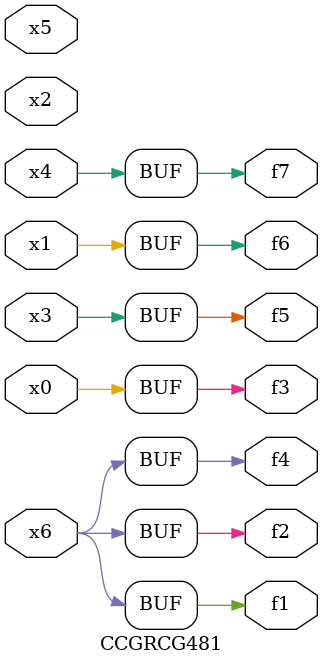
<source format=v>
module CCGRCG481(
	input x0, x1, x2, x3, x4, x5, x6,
	output f1, f2, f3, f4, f5, f6, f7
);
	assign f1 = x6;
	assign f2 = x6;
	assign f3 = x0;
	assign f4 = x6;
	assign f5 = x3;
	assign f6 = x1;
	assign f7 = x4;
endmodule

</source>
